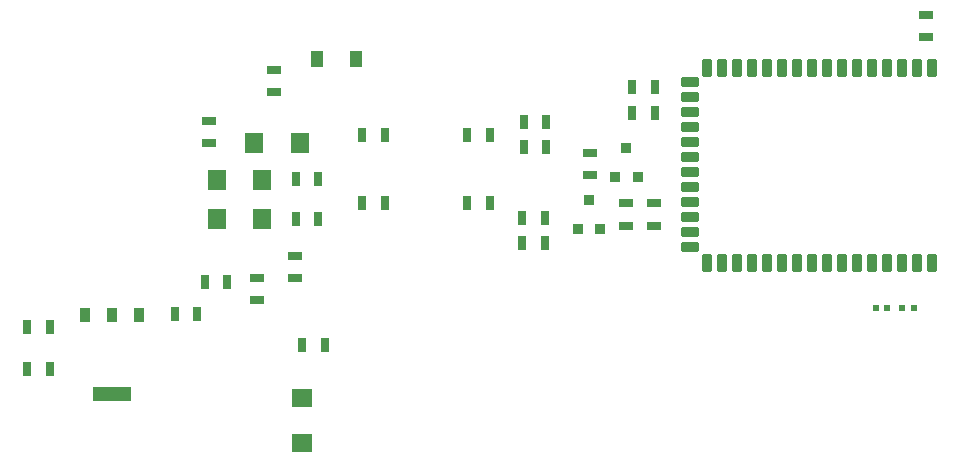
<source format=gtp>
G04 Layer_Color=8421504*
%FSTAX24Y24*%
%MOIN*%
G70*
G01*
G75*
%ADD10R,0.0276X0.0512*%
G04:AMPARAMS|DCode=11|XSize=63mil|YSize=31.5mil|CornerRadius=7.9mil|HoleSize=0mil|Usage=FLASHONLY|Rotation=90.000|XOffset=0mil|YOffset=0mil|HoleType=Round|Shape=RoundedRectangle|*
%AMROUNDEDRECTD11*
21,1,0.0630,0.0157,0,0,90.0*
21,1,0.0472,0.0315,0,0,90.0*
1,1,0.0157,0.0079,0.0236*
1,1,0.0157,0.0079,-0.0236*
1,1,0.0157,-0.0079,-0.0236*
1,1,0.0157,-0.0079,0.0236*
%
%ADD11ROUNDEDRECTD11*%
G04:AMPARAMS|DCode=12|XSize=63mil|YSize=31.5mil|CornerRadius=7.9mil|HoleSize=0mil|Usage=FLASHONLY|Rotation=0.000|XOffset=0mil|YOffset=0mil|HoleType=Round|Shape=RoundedRectangle|*
%AMROUNDEDRECTD12*
21,1,0.0630,0.0157,0,0,0.0*
21,1,0.0472,0.0315,0,0,0.0*
1,1,0.0157,0.0236,-0.0079*
1,1,0.0157,-0.0236,-0.0079*
1,1,0.0157,-0.0236,0.0079*
1,1,0.0157,0.0236,0.0079*
%
%ADD12ROUNDEDRECTD12*%
%ADD13R,0.0394X0.0551*%
%ADD14R,0.0598X0.0661*%
%ADD15R,0.0512X0.0276*%
%ADD16R,0.0354X0.0374*%
%ADD17R,0.0366X0.0516*%
%ADD18R,0.1276X0.0516*%
%ADD19R,0.0661X0.0598*%
%ADD20R,0.0197X0.0236*%
D10*
X039248Y03079D02*
D03*
X0385D02*
D03*
X045876Y03739D02*
D03*
X046624D02*
D03*
X045876Y03824D02*
D03*
X046624D02*
D03*
X045826Y03504D02*
D03*
X046574D02*
D03*
X045826Y03419D02*
D03*
X046574D02*
D03*
X05025Y03939D02*
D03*
X049502D02*
D03*
X05025Y03854D02*
D03*
X049502D02*
D03*
X038276Y03499D02*
D03*
X039024D02*
D03*
X038276Y03634D02*
D03*
X039024D02*
D03*
X041248Y03779D02*
D03*
X0405D02*
D03*
X035998Y03289D02*
D03*
X03525D02*
D03*
X034998Y03184D02*
D03*
X03425D02*
D03*
X029326Y02999D02*
D03*
X030074D02*
D03*
X029326Y03139D02*
D03*
X030074D02*
D03*
X044748Y03779D02*
D03*
X044D02*
D03*
X041248Y03554D02*
D03*
X0405D02*
D03*
X044748D02*
D03*
X044D02*
D03*
D11*
X053Y04004D02*
D03*
X0535D02*
D03*
X054D02*
D03*
X0545D02*
D03*
X055D02*
D03*
X0555D02*
D03*
X056D02*
D03*
X0565D02*
D03*
X057D02*
D03*
X0575D02*
D03*
X058D02*
D03*
X0585D02*
D03*
X059D02*
D03*
X0595D02*
D03*
X0525D02*
D03*
X052D02*
D03*
Y03355D02*
D03*
X0525D02*
D03*
X053D02*
D03*
X0535D02*
D03*
X054D02*
D03*
X0545D02*
D03*
X055D02*
D03*
X0555D02*
D03*
X056D02*
D03*
X0565D02*
D03*
X057D02*
D03*
X0575D02*
D03*
X058D02*
D03*
X0585D02*
D03*
X059D02*
D03*
X0595D02*
D03*
D12*
X051421Y039566D02*
D03*
Y039066D02*
D03*
Y038566D02*
D03*
Y038066D02*
D03*
Y037566D02*
D03*
Y037066D02*
D03*
Y036566D02*
D03*
Y036066D02*
D03*
Y035566D02*
D03*
Y035066D02*
D03*
Y034566D02*
D03*
Y034066D02*
D03*
D13*
X0403Y04034D02*
D03*
X039001D02*
D03*
D14*
X035642Y035D02*
D03*
Y0363D02*
D03*
X037158Y035D02*
D03*
Y0363D02*
D03*
X038408Y03755D02*
D03*
X036892D02*
D03*
D15*
X03755Y039226D02*
D03*
Y039974D02*
D03*
X0593Y041814D02*
D03*
Y041066D02*
D03*
X05023Y035524D02*
D03*
Y034776D02*
D03*
X0493Y034776D02*
D03*
Y035524D02*
D03*
X0481Y036466D02*
D03*
Y037214D02*
D03*
X0354Y038274D02*
D03*
Y037526D02*
D03*
X037Y03304D02*
D03*
Y032292D02*
D03*
X03825Y033788D02*
D03*
Y03304D02*
D03*
D16*
X04805Y035642D02*
D03*
X047676Y034658D02*
D03*
X048424D02*
D03*
X0493Y037382D02*
D03*
X048926Y036398D02*
D03*
X049674D02*
D03*
D17*
X03305Y031807D02*
D03*
X032148D02*
D03*
X031246D02*
D03*
D18*
X032148Y029173D02*
D03*
D19*
X0385Y02754D02*
D03*
Y029056D02*
D03*
D20*
X058Y03204D02*
D03*
X057606D02*
D03*
X058894D02*
D03*
X0585D02*
D03*
M02*

</source>
